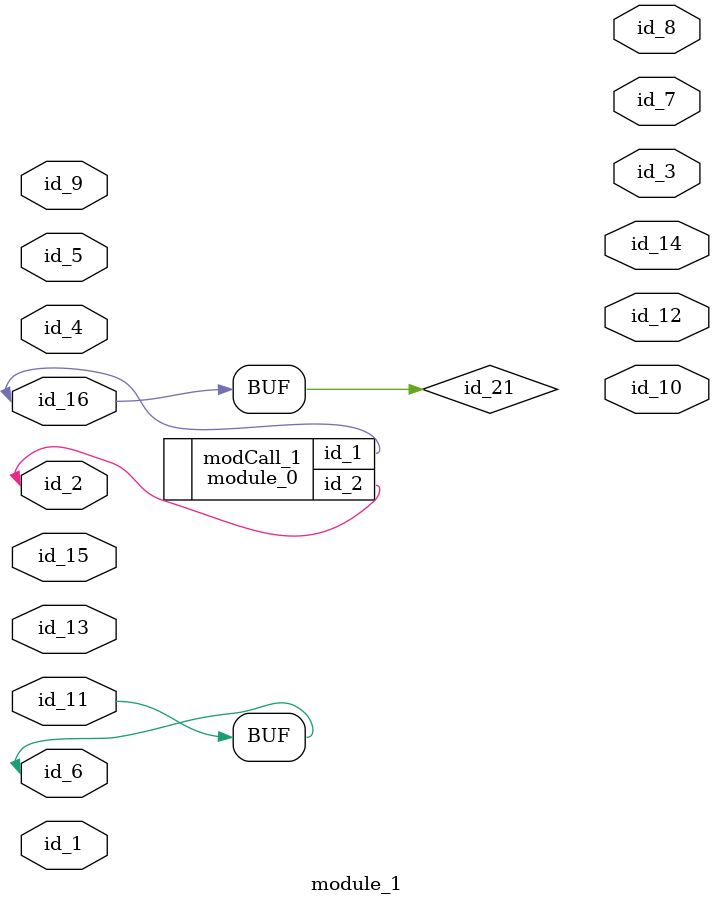
<source format=v>
module module_0 (
    id_1,
    id_2
);
  inout wire id_2;
  inout wire id_1;
  wire id_3, id_4;
endmodule
module module_1 (
    id_1,
    id_2,
    id_3,
    id_4,
    id_5,
    id_6,
    id_7,
    id_8,
    id_9,
    id_10,
    id_11,
    id_12,
    id_13,
    id_14,
    id_15,
    id_16
);
  input wire id_16;
  inout wire id_15;
  output wire id_14;
  inout wire id_13;
  output wire id_12;
  input wire id_11;
  output wire id_10;
  input wire id_9;
  output wire id_8;
  output wire id_7;
  inout wire id_6;
  input wire id_5;
  inout wire id_4;
  output wire id_3;
  inout wire id_2;
  inout wire id_1;
  wire id_17;
  assign id_6 = id_11;
  wire id_18, id_19, id_20, id_21 = id_16;
  module_0 modCall_1 (
      id_21,
      id_2
  );
  wire id_22;
endmodule

</source>
